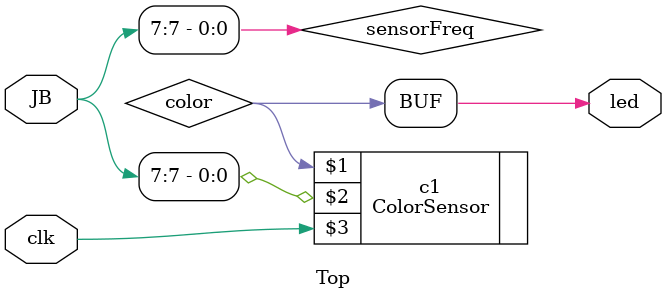
<source format=v>
module Top(input [7:5]JB, input clk, output [0:0]led);
		reg [15:0] displayed_number;
			wire [3:0]anode_activate;
			wire [6:0]led_out;
			reg [26:0] one_second_counter; // counter for generating 1 second clock enable
            wire one_second_enable;
//            wire proxim; wire echo; wire trigger;
//            wire [2:0]induct; wire [3:0]MotorIn;
//            assign trigger = JA[4];
//            assign echo = JB[3];
//            assign induct[2:0] = JB[2:0];
//            assign MotorIn = JA[3:0];
//            Motor motorTest(induct, proxim, MotorIn);
//            ProximitySensor prox(trigger, echo, clk, proxim);
                reg [31:0] freqValue; wire sensorFreq; wire color;
                assign color = led[0];
                assign sensorFreq = JB[7]; 
                ColorSensor c1(color, sensorFreq, clk);
			
//			assign an[3:0] = anode_activate[3:0];
//			assign seg[6:0] = led_out[6:0];
//              SegDisplay s1(displayed_number, anode_activate, led_out, clk);
            
//                always @(posedge clk)
//              begin
//                      if(one_second_counter>=99999999) 
//                           one_second_counter <= 0;
//                      else
//                          one_second_counter <= one_second_counter + 1;
//              end 
//              assign one_second_enable = (one_second_counter==99999999)?1:0;
//              always @(posedge clk)
//              begin
//              if(one_second_enable==1)
//                      displayed_number <= displayed_number + 1;
//              end
endmodule
</source>
